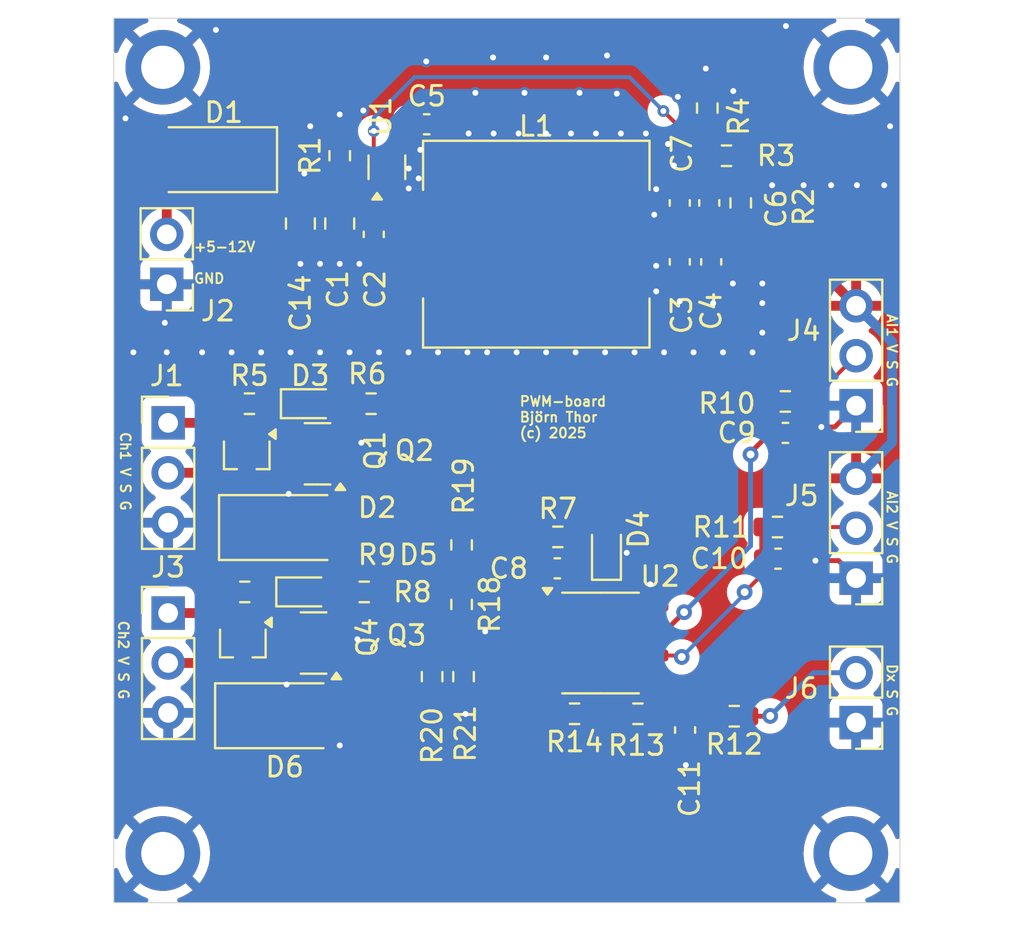
<source format=kicad_pcb>
(kicad_pcb (version 20240108) (generator "pcbnew") (generator_version "8.0")
  (layers (0 "F.Cu" signal) (31 "B.Cu" signal) (34 "B.Paste" user) (35 "F.Paste" user) (36 "B.SilkS" user "B.Silkscreen") (37 "F.SilkS" user "F.Silkscreen") (38 "B.Mask" user) (39 "F.Mask" user) (44 "Edge.Cuts" user))
  (net 0 "")
  (net 1 "/VIN")
  (net 2 "GND")
  (net 3 "+3.3V")
  (net 4 "/BST")
  (net 5 "/FB")
  (net 6 "/AN0")
  (net 7 "/AN1")
  (net 8 "/DI1")
  (net 9 "/PWR")
  (net 10 "Net-(D2-K)")
  (net 11 "Net-(D3-A)")
  (net 12 "Net-(D3-K)")
  (net 13 "Net-(D4-A)")
  (net 14 "Net-(D5-K)")
  (net 15 "Net-(D5-A)")
  (net 16 "Net-(D6-K)")
  (net 17 "Net-(J1-Pin_1)")
  (net 18 "Net-(J3-Pin_1)")
  (net 19 "Net-(J4-Pin_2)")
  (net 20 "Net-(J5-Pin_2)")
  (net 21 "Net-(J6-Pin_2)")
  (net 22 "/CH1")
  (net 23 "/CH2")
  (net 24 "/EN")
  (net 25 "Net-(R2-Pad2)")
  (net 26 "/RST#")
  (net 27 "Net-(U1-SW)")
  (footprint "Capacitor_SMD:C_0603_1608Metric" (layer "F.Cu") (at 53.855 64.91)
    (property "Reference" "C5" (at 0 -1.43 0) (layer "F.SilkS"))
    (property "Value" "100n 25V")
    (pad "1" smd roundrect (at -0.775 0) (size 0.9 0.95) (layers "F.Cu" "F.Paste" "F.Mask") (net 4 "/BST"))
    (pad "2" smd roundrect (at 0.775 0) (size 0.9 0.95) (layers "F.Cu" "F.Paste" "F.Mask") (net 27 "Net-(U1-SW)"))
  )
  (footprint "MountingHole:MountingHole_2.2mm_M2_DIN965_Pad_TopBottom" (layer "F.Cu") (at 40.43 62.01)
    (property "Reference" "H4" (hide yes))
    (property "Value" "MountingHole_Pad")
    (pad "1" thru_hole circle (at 0 0) (size 2.6 2.6) (drill 2.2) (layers "*.Cu" "*.Mask") (net 2 "GND"))
    (pad "1" connect circle (at 0 0) (size 3.8 3.8) (layers "F.Cu" "F.Mask") (net 2 "GND"))
    (pad "1" connect circle (at 0 0) (size 3.8 3.8) (layers "B.Cu" "B.Mask") (net 2 "GND"))
  )
  (footprint "Diode_SMD:D_SMA" (layer "F.Cu") (at 46.6 95)
    (property "Reference" "D6" (at 0.03 2.61 0) (layer "F.SilkS"))
    (property "Value" "VS-10MQ100HM3")
    (pad "1" smd roundrect (at -2 0) (size 2.5 1.8) (layers "F.Cu" "F.Paste" "F.Mask") (roundrect_rratio 0.1388888889) (net 16 "Net-(D6-K)"))
    (pad "2" smd roundrect (at 2 0) (size 2.5 1.8) (layers "F.Cu" "F.Paste" "F.Mask") (roundrect_rratio 0.1388888889) (net 2 "GND"))
  )
  (footprint "Connector_PinHeader_2.54mm:PinHeader_1x03_P2.54mm_Vertical" (layer "F.Cu") (at 75.7 88 180)
    (property "Reference" "J5" (at 2.77 4.19 0) (layer "F.SilkS"))
    (property "Value" "Screw_Terminal_01x03")
    (pad "1" thru_hole rect (at 0 0 180) (size 1.7 1.7) (drill 1) (layers "*.Cu" "*.Mask") (net 2 "GND"))
    (pad "2" thru_hole oval (at 0 2.54 180) (size 1.7 1.7) (drill 1) (layers "*.Cu" "*.Mask") (net 20 "Net-(J5-Pin_2)"))
    (pad "3" thru_hole oval (at 0 5.08 180) (size 1.7 1.7) (drill 1) (layers "*.Cu" "*.Mask") (net 3 "+3.3V"))
  )
  (footprint "LED_SMD:LED_0603_1608Metric" (layer "F.Cu") (at 63 86.6 90)
    (property "Reference" "D4" (at 1.09 1.63 90) (layer "F.SilkS"))
    (property "Value" "LED R")
    (pad "1" smd roundrect (at -0.7875 0 90) (size 0.875 0.95) (layers "F.Cu" "F.Paste" "F.Mask") (net 2 "GND"))
    (pad "2" smd roundrect (at 0.7875 0 90) (size 0.875 0.95) (layers "F.Cu" "F.Paste" "F.Mask") (net 13 "Net-(D4-A)"))
  )
  (footprint "Resistor_SMD:R_0603_1608Metric" (layer "F.Cu") (at 60.525 85.9)
    (property "Reference" "R7" (at 0 -1.43 0) (layer "F.SilkS"))
    (property "Value" "24R")
    (pad "1" smd roundrect (at -0.825 0) (size 0.8 0.95) (layers "F.Cu" "F.Paste" "F.Mask") (net 3 "+3.3V"))
    (pad "2" smd roundrect (at 0.825 0) (size 0.8 0.95) (layers "F.Cu" "F.Paste" "F.Mask") (net 13 "Net-(D4-A)"))
  )
  (footprint "Resistor_SMD:R_0603_1608Metric" (layer "F.Cu") (at 51.025 79.125 180)
    (property "Reference" "R6" (at 0.195 1.515 0) (layer "F.SilkS"))
    (property "Value" "24R")
    (pad "1" smd roundrect (at -0.825 0 180) (size 0.8 0.95) (layers "F.Cu" "F.Paste" "F.Mask") (net 3 "+3.3V"))
    (pad "2" smd roundrect (at 0.825 0 180) (size 0.8 0.95) (layers "F.Cu" "F.Paste" "F.Mask") (net 11 "Net-(D3-A)"))
  )
  (footprint "Diode_SMD:D_SMA" (layer "F.Cu") (at 46.8 85.425)
    (property "Reference" "D2" (at 4.53 -1.015 0) (layer "F.SilkS"))
    (property "Value" "VS-10MQ100HM3")
    (pad "1" smd roundrect (at -2 0) (size 2.5 1.8) (layers "F.Cu" "F.Paste" "F.Mask") (roundrect_rratio 0.1388888889) (net 10 "Net-(D2-K)"))
    (pad "2" smd roundrect (at 2 0) (size 2.5 1.8) (layers "F.Cu" "F.Paste" "F.Mask") (roundrect_rratio 0.1388888889) (net 2 "GND"))
  )
  (footprint "MountingHole:MountingHole_2.2mm_M2_DIN965_Pad_TopBottom" (layer "F.Cu") (at 75.43 102.01)
    (property "Reference" "H2" (hide yes))
    (property "Value" "MountingHole_Pad")
    (pad "1" thru_hole circle (at 0 0) (size 2.6 2.6) (drill 2.2) (layers "*.Cu" "*.Mask") (net 2 "GND"))
    (pad "1" connect circle (at 0 0) (size 3.8 3.8) (layers "F.Cu" "F.Mask") (net 2 "GND"))
    (pad "1" connect circle (at 0 0) (size 3.8 3.8) (layers "B.Cu" "B.Mask") (net 2 "GND"))
  )
  (footprint "Capacitor_SMD:C_0603_1608Metric" (layer "F.Cu") (at 71.73 87.01 180)
    (property "Reference" "C10" (at 3 0 0) (layer "F.SilkS"))
    (property "Value" "100n 25V")
    (pad "1" smd roundrect (at -0.775 0 180) (size 0.9 0.95) (layers "F.Cu" "F.Paste" "F.Mask") (net 2 "GND"))
    (pad "2" smd roundrect (at 0.775 0 180) (size 0.9 0.95) (layers "F.Cu" "F.Paste" "F.Mask") (net 7 "/AN1"))
  )
  (footprint "Resistor_SMD:R_0603_1608Metric" (layer "F.Cu") (at 71.7 85.4 180)
    (property "Reference" "R11" (at 2.87 -0.01 0) (layer "F.SilkS"))
    (property "Value" "5K0")
    (pad "1" smd roundrect (at -0.825 0 180) (size 0.8 0.95) (layers "F.Cu" "F.Paste" "F.Mask") (net 20 "Net-(J5-Pin_2)"))
    (pad "2" smd roundrect (at 0.825 0 180) (size 0.8 0.95) (layers "F.Cu" "F.Paste" "F.Mask") (net 7 "/AN1"))
  )
  (footprint "Capacitor_SMD:C_0603_1608Metric" (layer "F.Cu") (at 67 95.725 90)
    (property "Reference" "C11" (at -2.985 0.23 90) (layer "F.SilkS"))
    (property "Value" "100n 25V")
    (pad "1" smd roundrect (at -0.775 0 90) (size 0.9 0.95) (layers "F.Cu" "F.Paste" "F.Mask") (net 2 "GND"))
    (pad "2" smd roundrect (at 0.775 0 90) (size 0.9 0.95) (layers "F.Cu" "F.Paste" "F.Mask") (net 8 "/DI1"))
  )
  (footprint "Connector_PinHeader_2.54mm:PinHeader_1x03_P2.54mm_Vertical" (layer "F.Cu") (at 40.7 80.1)
    (property "Reference" "J1" (at -0.07 -2.39 0) (layer "F.SilkS"))
    (property "Value" "Screw_Terminal_01x03")
    (pad "1" thru_hole rect (at 0 0) (size 1.7 1.7) (drill 1) (layers "*.Cu" "*.Mask") (net 17 "Net-(J1-Pin_1)"))
    (pad "2" thru_hole oval (at 0 2.54) (size 1.7 1.7) (drill 1) (layers "*.Cu" "*.Mask") (net 10 "Net-(D2-K)"))
    (pad "3" thru_hole oval (at 0 5.08) (size 1.7 1.7) (drill 1) (layers "*.Cu" "*.Mask") (net 2 "GND"))
  )
  (footprint "Capacitor_SMD:C_0603_1608Metric" (layer "F.Cu") (at 51.162 70.51 90)
    (property "Reference" "C2" (at -2.8 0.068 90) (layer "F.SilkS"))
    (property "Value" "100n 25V")
    (pad "1" smd roundrect (at -0.775 0 90) (size 0.9 0.95) (layers "F.Cu" "F.Paste" "F.Mask") (net 2 "GND"))
    (pad "2" smd roundrect (at 0.775 0 90) (size 0.9 0.95) (layers "F.Cu" "F.Paste" "F.Mask") (net 1 "/VIN"))
  )
  (footprint "Package_TO_SOT_SMD:SOT-23" (layer "F.Cu") (at 48.1 91.3 180)
    (property "Reference" "Q3" (at -4.73 0.39 0) (layer "F.SilkS"))
    (property "Value" "BSS138")
    (pad "1" smd roundrect (at -0.9375 -0.95 180) (size 1.475 0.6) (layers "F.Cu" "F.Paste" "F.Mask") (net 23 "/CH2"))
    (pad "2" smd roundrect (at -0.9375 0.95 180) (size 1.475 0.6) (layers "F.Cu" "F.Paste" "F.Mask") (net 2 "GND"))
    (pad "3" smd roundrect (at 0.9375 0 180) (size 1.475 0.6) (layers "F.Cu" "F.Paste" "F.Mask") (net 14 "Net-(D5-K)"))
  )
  (footprint "Package_SO:SOIC-8_3.9x4.9mm_P1.27mm" (layer "F.Cu") (at 62.7 91.3)
    (property "Reference" "U2" (at 3.03 -3.39 0) (layer "F.SilkS"))
    (property "Value" "PIC12F1572")
    (pad "1" smd roundrect (at -2.475 -1.905) (size 1.95 0.6) (layers "F.Cu" "F.Paste" "F.Mask") (net 3 "+3.3V"))
    (pad "2" smd roundrect (at -2.475 -0.635) (size 1.95 0.6) (layers "F.Cu" "F.Paste" "F.Mask") (net 22 "/CH1"))
    (pad "3" smd roundrect (at -2.475 0.635) (size 1.95 0.6) (layers "F.Cu" "F.Paste" "F.Mask") (net 23 "/CH2"))
    (pad "4" smd roundrect (at -2.475 1.905) (size 1.95 0.6) (layers "F.Cu" "F.Paste" "F.Mask") (net 26 "/RST#"))
    (pad "5" smd roundrect (at 2.475 1.905) (size 1.95 0.6) (layers "F.Cu" "F.Paste" "F.Mask") (net 8 "/DI1"))
    (pad "6" smd roundrect (at 2.475 0.635) (size 1.95 0.6) (layers "F.Cu" "F.Paste" "F.Mask") (net 7 "/AN1"))
    (pad "7" smd roundrect (at 2.475 -0.635) (size 1.95 0.6) (layers "F.Cu" "F.Paste" "F.Mask") (net 6 "/AN0"))
    (pad "8" smd roundrect (at 2.475 -1.905) (size 1.95 0.6) (layers "F.Cu" "F.Paste" "F.Mask") (net 2 "GND"))
  )
  (footprint "Resistor_SMD:R_0603_1608Metric" (layer "F.Cu") (at 69.105 66.51 180)
    (property "Reference" "R3" (at -2.525 0 0) (layer "F.SilkS"))
    (property "Value" "5K0")
    (pad "1" smd roundrect (at -0.825 0 180) (size 0.8 0.95) (layers "F.Cu" "F.Paste" "F.Mask") (net 25 "Net-(R2-Pad2)"))
    (pad "2" smd roundrect (at 0.825 0 180) (size 0.8 0.95) (layers "F.Cu" "F.Paste" "F.Mask") (net 5 "/FB"))
  )
  (footprint "Capacitor_SMD:C_0603_1608Metric" (layer "F.Cu") (at 60.5 87.5 180)
    (property "Reference" "C8" (at 2.47 -0.01 0) (layer "F.SilkS"))
    (property "Value" "100n 25V")
    (pad "1" smd roundrect (at -0.775 0 180) (size 0.9 0.95) (layers "F.Cu" "F.Paste" "F.Mask") (net 2 "GND"))
    (pad "2" smd roundrect (at 0.775 0 180) (size 0.9 0.95) (layers "F.Cu" "F.Paste" "F.Mask") (net 3 "+3.3V"))
  )
  (footprint "Resistor_SMD:R_0603_1608Metric" (layer "F.Cu") (at 49.43 66.51 90)
    (property "Reference" "R1" (at 0 -1.5 90) (layer "F.SilkS"))
    (property "Value" "100K")
    (pad "1" smd roundrect (at -0.825 0 90) (size 0.8 0.95) (layers "F.Cu" "F.Paste" "F.Mask") (net 1 "/VIN"))
    (pad "2" smd roundrect (at 0.825 0 90) (size 0.8 0.95) (layers "F.Cu" "F.Paste" "F.Mask") (net 24 "/EN"))
  )
  (footprint "Connector_PinHeader_2.54mm:PinHeader_1x02_P2.54mm_Vertical" (layer "F.Cu") (at 40.63 73.05 180)
    (property "Reference" "J2" (at -2.6 -1.36 0) (layer "F.SilkS"))
    (property "Value" "Screw_Terminal_01x02")
    (pad "1" thru_hole rect (at 0 0 180) (size 1.7 1.7) (drill 1) (layers "*.Cu" "*.Mask") (net 2 "GND"))
    (pad "2" thru_hole oval (at 0 2.54 180) (size 1.7 1.7) (drill 1) (layers "*.Cu" "*.Mask") (net 9 "/PWR"))
  )
  (footprint "Resistor_SMD:R_0603_1608Metric" (layer "F.Cu") (at 68.13 64.085 90)
    (property "Reference" "R4" (at -0.425 1.6 90) (layer "F.SilkS"))
    (property "Value" "30K")
    (pad "1" smd roundrect (at -0.825 0 90) (size 0.8 0.95) (layers "F.Cu" "F.Paste" "F.Mask") (net 5 "/FB"))
    (pad "2" smd roundrect (at 0.825 0 90) (size 0.8 0.95) (layers "F.Cu" "F.Paste" "F.Mask") (net 2 "GND"))
  )
  (footprint "bt_footprints:L_Bourns_bt_SRR1050HA" (layer "F.Cu") (at 59.43 71.01)
    (property "Reference" "L1" (at 0 -6 0) (layer "F.SilkS"))
    (property "Value" "2.2uH 7.2A")
    (pad "1" smd roundrect (at -4.45 0) (size 1.6 3.2) (layers "F.Cu" "F.Paste" "F.Mask") (roundrect_rratio 0.073529) (net 27 "Net-(U1-SW)"))
    (pad "2" smd roundrect (at 4.45 0) (size 1.6 3.2) (layers "F.Cu" "F.Paste" "F.Mask") (roundrect_rratio 0.073529) (net 3 "+3.3V"))
  )
  (footprint "Resistor_SMD:R_0603_1608Metric" (layer "F.Cu") (at 64.6 94.9)
    (property "Reference" "R13" (at -0.07 1.61 0) (layer "F.SilkS"))
    (property "Value" "130K")
    (pad "1" smd roundrect (at -0.825 0) (size 0.8 0.95) (layers "F.Cu" "F.Paste" "F.Mask") (net 3 "+3.3V"))
    (pad "2" smd roundrect (at 0.825 0) (size 0.8 0.95) (layers "F.Cu" "F.Paste" "F.Mask") (net 8 "/DI1"))
  )
  (footprint "Capacitor_SMD:C_0603_1608Metric" (layer "F.Cu") (at 68.23 68.91 90)
    (property "Reference" "C6" (at -0.3 3.4 90) (layer "F.SilkS"))
    (property "Value" "47p 50V")
    (pad "1" smd roundrect (at -0.775 0 90) (size 0.9 0.95) (layers "F.Cu" "F.Paste" "F.Mask") (net 3 "+3.3V"))
    (pad "2" smd roundrect (at 0.775 0 90) (size 0.9 0.95) (layers "F.Cu" "F.Paste" "F.Mask") (net 5 "/FB"))
  )
  (footprint "Package_TO_SOT_SMD:SOT-323_SC-70" (layer "F.Cu") (at 44.5 91.3 -90)
    (property "Reference" "Q4" (at -0.29 -6.33 90) (layer "F.SilkS"))
    (property "Value" "SSM3J133TU")
    (pad "1" smd roundrect (at -1 -0.65 180) (size 0.45 0.7) (layers "F.Cu" "F.Paste" "F.Mask") (net 14 "Net-(D5-K)"))
    (pad "2" smd roundrect (at -1 0.65 180) (size 0.45 0.7) (layers "F.Cu" "F.Paste" "F.Mask") (net 18 "Net-(J3-Pin_1)"))
    (pad "3" smd roundrect (at 1 0 180) (size 0.45 0.7) (layers "F.Cu" "F.Paste" "F.Mask") (net 16 "Net-(D6-K)"))
  )
  (footprint "Resistor_SMD:R_0603_1608Metric" (layer "F.Cu") (at 55.73 93.01 -90)
    (property "Reference" "R21" (at 2.9 -0.1 90) (layer "F.SilkS"))
    (property "Value" "10K")
    (pad "1" smd roundrect (at -0.825 0 270) (size 0.8 0.95) (layers "F.Cu" "F.Paste" "F.Mask") (net 23 "/CH2"))
    (pad "2" smd roundrect (at 0.825 0 270) (size 0.8 0.95) (layers "F.Cu" "F.Paste" "F.Mask") (net 2 "GND"))
  )
  (footprint "Capacitor_SMD:C_0603_1608Metric" (layer "F.Cu") (at 66.73 68.91 90)
    (property "Reference" "C7" (at 2.5 0.1 90) (layer "F.SilkS"))
    (property "Value" "4u7 10V")
    (pad "1" smd roundrect (at -0.775 0 90) (size 0.9 0.95) (layers "F.Cu" "F.Paste" "F.Mask") (net 3 "+3.3V"))
    (pad "2" smd roundrect (at 0.775 0 90) (size 0.9 0.95) (layers "F.Cu" "F.Paste" "F.Mask") (net 2 "GND"))
  )
  (footprint "MountingHole:MountingHole_2.2mm_M2_DIN965_Pad_TopBottom" (layer "F.Cu") (at 40.43 102.01)
    (property "Reference" "H3" (hide yes))
    (property "Value" "MountingHole_Pad")
    (pad "1" thru_hole circle (at 0 0) (size 2.6 2.6) (drill 2.2) (layers "*.Cu" "*.Mask") (net 2 "GND"))
    (pad "1" connect circle (at 0 0) (size 3.8 3.8) (layers "F.Cu" "F.Mask") (net 2 "GND"))
    (pad "1" connect circle (at 0 0) (size 3.8 3.8) (layers "B.Cu" "B.Mask") (net 2 "GND"))
  )
  (footprint "LED_SMD:LED_0603_1608Metric" (layer "F.Cu") (at 47.6875 88.7)
    (property "Reference" "D5" (at 5.7425 -1.89 0) (layer "F.SilkS"))
    (property "Value" "LED R")
    (pad "1" smd roundrect (at -0.7875 0) (size 0.875 0.95) (layers "F.Cu" "F.Paste" "F.Mask") (net 14 "Net-(D5-K)"))
    (pad "2" smd roundrect (at 0.7875 0) (size 0.875 0.95) (layers "F.Cu" "F.Paste" "F.Mask") (net 15 "Net-(D5-A)"))
  )
  (footprint "Resistor_SMD:R_0603_1608Metric" (layer "F.Cu") (at 50.675 88.7 180)
    (property "Reference" "R8" (at -2.455 -0.01 0) (layer "F.SilkS"))
    (property "Value" "24R")
    (pad "1" smd roundrect (at -0.825 0 180) (size 0.8 0.95) (layers "F.Cu" "F.Paste" "F.Mask") (net 3 "+3.3V"))
    (pad "2" smd roundrect (at 0.825 0 180) (size 0.8 0.95) (layers "F.Cu" "F.Paste" "F.Mask") (net 15 "Net-(D5-A)"))
  )
  (footprint "Connector_PinHeader_2.54mm:PinHeader_1x02_P2.54mm_Vertical" (layer "F.Cu") (at 75.7 95.35 180)
    (property "Reference" "J6" (at 2.77 1.74 0) (layer "F.SilkS"))
    (property "Value" "Screw_Terminal_01x02")
    (pad "1" thru_hole rect (at 0 0 180) (size 1.7 1.7) (drill 1) (layers "*.Cu" "*.Mask") (net 2 "GND"))
    (pad "2" thru_hole oval (at 0 2.54 180) (size 1.7 1.7) (drill 1) (layers "*.Cu" "*.Mask") (net 21 "Net-(J6-Pin_2)"))
  )
  (footprint "Package_TO_SOT_SMD:SOT-23" (layer "F.Cu") (at 48.3 81.675 180)
    (property "Reference" "Q2" (at -4.93 0.165 0) (layer "F.SilkS"))
    (property "Value" "BSS138")
    (pad "1" smd roundrect (at -0.9375 -0.95 180) (size 1.475 0.6) (layers "F.Cu" "F.Paste" "F.Mask") (net 22 "/CH1"))
    (pad "2" smd roundrect (at -0.9375 0.95 180) (size 1.475 0.6) (layers "F.Cu" "F.Paste" "F.Mask") (net 2 "GND"))
    (pad "3" smd roundrect (at 0.9375 0 180) (size 1.475 0.6) (layers "F.Cu" "F.Paste" "F.Mask") (net 12 "Net-(D3-K)"))
  )
  (footprint "Resistor_SMD:R_0603_1608Metric" (layer "F.Cu") (at 55.63 89.335 -90)
    (property "Reference" "R18" (at 0 -1.43 90) (layer "F.SilkS"))
    (property "Value" "10K")
    (pad "1" smd roundrect (at -0.825 0 270) (size 0.8 0.95) (layers "F.Cu" "F.Paste" "F.Mask") (net 22 "/CH1"))
    (pad "2" smd roundrect (at 0.825 0 270) (size 0.8 0.95) (layers "F.Cu" "F.Paste" "F.Mask") (net 2 "GND"))
  )
  (footprint "Resistor_SMD:R_0603_1608Metric" (layer "F.Cu") (at 69.83 68.91 90)
    (property "Reference" "R2" (at -0.2 3.2 90) (layer "F.SilkS"))
    (property "Value" "130K")
    (pad "1" smd roundrect (at -0.825 0 90) (size 0.8 0.95) (layers "F.Cu" "F.Paste" "F.Mask") (net 3 "+3.3V"))
    (pad "2" smd roundrect (at 0.825 0 90) (size 0.8 0.95) (layers "F.Cu" "F.Paste" "F.Mask") (net 25 "Net-(R2-Pad2)"))
  )
  (footprint "Diode_SMD:D_SMA" (layer "F.Cu") (at 42.73 66.71 180)
    (property "Reference" "D1" (at -0.8 2.4 0) (layer "F.SilkS"))
    (property "Value" "VS-10MQ100HM3")
    (pad "1" smd roundrect (at -2 0 180) (size 2.5 1.8) (layers "F.Cu" "F.Paste" "F.Mask") (roundrect_rratio 0.1388888889) (net 1 "/VIN"))
    (pad "2" smd roundrect (at 2 0 180) (size 2.5 1.8) (layers "F.Cu" "F.Paste" "F.Mask") (roundrect_rratio 0.1388888889) (net 9 "/PWR"))
  )
  (footprint "Capacitor_SMD:C_0603_1608Metric" (layer "F.Cu") (at 66.73 71.91 90)
    (property "Reference" "C3" (at -2.7 0.1 90) (layer "F.SilkS"))
    (property "Value" "100n 25V")
    (pad "1" smd roundrect (at -0.775 0 90) (size 0.9 0.95) (layers "F.Cu" "F.Paste" "F.Mask") (net 2 "GND"))
    (pad "2" smd roundrect (at 0.775 0 90) (size 0.9 0.95) (layers "F.Cu" "F.Paste" "F.Mask") (net 3 "+3.3V"))
  )
  (footprint "Resistor_SMD:R_0603_1608Metric" (layer "F.Cu") (at 69.5 95.025 180)
    (property "Reference" "R12" (at 0 -1.43 0) (layer "F.SilkS"))
    (property "Value" "5K0")
    (pad "1" smd roundrect (at -0.825 0 180) (size 0.8 0.95) (layers "F.Cu" "F.Paste" "F.Mask") (net 21 "Net-(J6-Pin_2)"))
    (pad "2" smd roundrect (at 0.825 0 180) (size 0.8 0.95) (layers "F.Cu" "F.Paste" "F.Mask") (net 8 "/DI1"))
  )
  (footprint "Capacitor_SMD:C_0603_1608Metric" (layer "F.Cu") (at 72.105 80.61 180)
    (property "Reference" "C9" (at 2.475 0 0) (layer "F.SilkS"))
    (property "Value" "100n 25V")
    (pad "1" smd roundrect (at -0.775 0 180) (size 0.9 0.95) (layers "F.Cu" "F.Paste" "F.Mask") (net 2 "GND"))
    (pad "2" smd roundrect (at 0.775 0 180) (size 0.9 0.95) (layers "F.Cu" "F.Paste" "F.Mask") (net 6 "/AN0"))
  )
  (footprint "Connector_PinHeader_2.54mm:PinHeader_1x03_P2.54mm_Vertical" (layer "F.Cu") (at 75.7 79.225 180)
    (property "Reference" "J4" (at 2.67 3.815 0) (layer "F.SilkS"))
    (property "Value" "Screw_Terminal_01x03")
    (pad "1" thru_hole rect (at 0 0 180) (size 1.7 1.7) (drill 1) (layers "*.Cu" "*.Mask") (net 2 "GND"))
    (pad "2" thru_hole oval (at 0 2.54 180) (size 1.7 1.7) (drill 1) (layers "*.Cu" "*.Mask") (net 19 "Net-(J4-Pin_2)"))
    (pad "3" thru_hole oval (at 0 5.08 180) (size 1.7 1.7) (drill 1) (layers "*.Cu" "*.Mask") (net 3 "+3.3V"))
  )
  (footprint "Capacitor_SMD:C_0603_1608Metric" (layer "F.Cu") (at 68.33 71.91 -90)
    (property "Reference" "C4" (at 2.5 0 90) (layer "F.SilkS"))
    (property "Value" "4u7 10V")
    (pad "1" smd roundrect (at -0.775 0 270) (size 0.9 0.95) (layers "F.Cu" "F.Paste" "F.Mask") (net 3 "+3.3V"))
    (pad "2" smd roundrect (at 0.775 0 270) (size 0.9 0.95) (layers "F.Cu" "F.Paste" "F.Mask") (net 2 "GND"))
  )
  (footprint "Resistor_SMD:R_0603_1608Metric" (layer "F.Cu") (at 44.6 88.7)
    (property "Reference" "R9" (at 6.73 -1.89 0) (layer "F.SilkS"))
    (property "Value" "10K")
    (pad "1" smd roundrect (at -0.825 0) (size 0.8 0.95) (layers "F.Cu" "F.Paste" "F.Mask") (net 18 "Net-(J3-Pin_1)"))
    (pad "2" smd roundrect (at 0.825 0) (size 0.8 0.95) (layers "F.Cu" "F.Paste" "F.Mask") (net 14 "Net-(D5-K)"))
  )
  (footprint "Resistor_SMD:R_0603_1608Metric" (layer "F.Cu") (at 54.13 93.01 90)
    (property "Reference" "R20" (at -3 0 90) (layer "F.SilkS"))
    (property "Value" "10K")
    (pad "1" smd roundrect (at -0.825 0 90) (size 0.8 0.95) (layers "F.Cu" "F.Paste" "F.Mask") (net 3 "+3.3V"))
    (pad "2" smd roundrect (at 0.825 0 90) (size 0.8 0.95) (layers "F.Cu" "F.Paste" "F.Mask") (net 23 "/CH2"))
  )
  (footprint "Resistor_SMD:R_0603_1608Metric" (layer "F.Cu") (at 61.375 94.9 180)
    (property "Reference" "R14" (at 0 -1.43 0) (layer "F.SilkS"))
    (property "Value" "5K0")
    (pad "1" smd roundrect (at -0.825 0 180) (size 0.8 0.95) (layers "F.Cu" "F.Paste" "F.Mask") (net 3 "+3.3V"))
    (pad "2" smd roundrect (at 0.825 0 180) (size 0.8 0.95) (layers "F.Cu" "F.Paste" "F.Mask") (net 26 "/RST#"))
  )
  (footprint "Resistor_SMD:R_0603_1608Metric" (layer "F.Cu") (at 44.8375 79.125)
    (property "Reference" "R5" (at 0 -1.43 0) (layer "F.SilkS"))
    (property "Value" "10K")
    (pad "1" smd roundrect (at -0.825 0) (size 0.8 0.95) (layers "F.Cu" "F.Paste" "F.Mask") (net 17 "Net-(J1-Pin_1)"))
    (pad "2" smd roundrect (at 0.825 0) (size 0.8 0.95) (layers "F.Cu" "F.Paste" "F.Mask") (net 12 "Net-(D3-K)"))
  )
  (footprint "Resistor_SMD:R_0603_1608Metric" (layer "F.Cu") (at 55.63 86.31 -90)
    (property "Reference" "R19" (at -3 -0.1 90) (layer "F.SilkS"))
    (property "Value" "10K")
    (pad "1" smd roundrect (at -0.825 0 270) (size 0.8 0.95) (layers "F.Cu" "F.Paste" "F.Mask") (net 3 "+3.3V"))
    (pad "2" smd roundrect (at 0.825 0 270) (size 0.8 0.95) (layers "F.Cu" "F.Paste" "F.Mask") (net 22 "/CH1"))
  )
  (footprint "Resistor_SMD:R_0603_1608Metric" (layer "F.Cu") (at 72.1 79.01 180)
    (property "Reference" "R10" (at 2.97 -0.1 0) (layer "F.SilkS"))
    (property "Value" "5K0")
    (pad "1" smd roundrect (at -0.825 0 180) (size 0.8 0.95) (layers "F.Cu" "F.Paste" "F.Mask") (net 19 "Net-(J4-Pin_2)"))
    (pad "2" smd roundrect (at 0.825 0 180) (size 0.8 0.95) (layers "F.Cu" "F.Paste" "F.Mask") (net 6 "/AN0"))
  )
  (footprint "Package_TO_SOT_SMD:SOT-563" (layer "F.Cu") (at 51.83 67.0975 90)
    (property "Reference" "U1" (at 2.5875 -0.3 90) (layer "F.SilkS"))
    (property "Value" "TPS561243")
    (pad "1" smd roundrect (at -0.7125 -0.5 90) (size 0.675 0.35) (layers "F.Cu" "F.Paste" "F.Mask") (net 1 "/VIN"))
    (pad "2" smd roundrect (at -0.7125 0 90) (size 0.675 0.35) (layers "F.Cu" "F.Paste" "F.Mask") (net 27 "Net-(U1-SW)"))
    (pad "3" smd roundrect (at -0.7125 0.5 90) (size 0.675 0.35) (layers "F.Cu" "F.Paste" "F.Mask") (net 2 "GND"))
    (pad "4" smd roundrect (at 0.7125 0.5 90) (size 0.675 0.35) (layers "F.Cu" "F.Paste" "F.Mask") (net 4 "/BST"))
    (pad "5" smd roundrect (at 0.7125 0 90) (size 0.675 0.35) (layers "F.Cu" "F.Paste" "F.Mask") (net 24 "/EN"))
    (pad "6" smd roundrect (at 0.7125 -0.5 90) (size 0.675 0.35) (layers "F.Cu" "F.Paste" "F.Mask") (net 5 "/FB"))
  )
  (footprint "LED_SMD:LED_0603_1608Metric" (layer "F.Cu") (at 47.925 79.125)
    (property "Reference" "D3" (at 0 -1.43 0) (layer "F.SilkS"))
    (property "Value" "LED R")
    (pad "1" smd roundrect (at -0.7875 0) (size 0.875 0.95) (layers "F.Cu" "F.Paste" "F.Mask") (net 12 "Net-(D3-K)"))
    (pad "2" smd roundrect (at 0.7875 0) (size 0.875 0.95) (layers "F.Cu" "F.Paste" "F.Mask") (net 11 "Net-(D3-A)"))
  )
  (footprint "Capacitor_SMD:C_0805_2012Metric" (layer "F.Cu") (at 49.43 69.96 -90)
    (property "Reference" "C1" (at 3.35 0.1 -90) (layer "F.SilkS"))
    (property "Value" "10u 50V")
    (pad "1" smd roundrect (at -0.95 0 270) (size 1 1.45) (layers "F.Cu" "F.Paste" "F.Mask") (net 1 "/VIN"))
    (pad "2" smd roundrect (at 0.95 0 270) (size 1 1.45) (layers "F.Cu" "F.Paste" "F.Mask") (net 2 "GND"))
  )
  (footprint "Connector_PinHeader_2.54mm:PinHeader_1x03_P2.54mm_Vertical" (layer "F.Cu") (at 40.7 89.775)
    (property "Reference" "J3" (at 0 -2.33 0) (layer "F.SilkS"))
    (property "Value" "Screw_Terminal_01x03")
    (pad "1" thru_hole rect (at 0 0) (size 1.7 1.7) (drill 1) (layers "*.Cu" "*.Mask") (net 18 "Net-(J3-Pin_1)"))
    (pad "2" thru_hole oval (at 0 2.54) (size 1.7 1.7) (drill 1) (layers "*.Cu" "*.Mask") (net 16 "Net-(D6-K)"))
    (pad "3" thru_hole oval (at 0 5.08) (size 1.7 1.7) (drill 1) (layers "*.Cu" "*.Mask") (net 2 "GND"))
  )
  (footprint "Package_TO_SOT_SMD:SOT-323_SC-70" (layer "F.Cu") (at 44.7 81.725 -90)
    (property "Reference" "Q1" (at -0.215 -6.53 90) (layer "F.SilkS"))
    (property "Value" "SSM3J133TU")
    (pad "1" smd roundrect (at -1 -0.65 180) (size 0.45 0.7) (layers "F.Cu" "F.Paste" "F.Mask") (net 12 "Net-(D3-K)"))
    (pad "2" smd roundrect (at -1 0.65 180) (size 0.45 0.7) (layers "F.Cu" "F.Paste" "F.Mask") (net 17 "Net-(J1-Pin_1)"))
    (pad "3" smd roundrect (at 1 0 180) (size 0.45 0.7) (layers "F.Cu" "F.Paste" "F.Mask") (net 10 "Net-(D2-K)"))
  )
  (footprint "Capacitor_SMD:C_0805_2012Metric" (layer "F.Cu") (at 47.43 69.96 -90)
    (property "Reference" "C14" (at 4.05 0 90) (layer "F.SilkS"))
    (property "Value" "10u 50V")
    (pad "1" smd roundrect (at -0.95 0 270) (size 1 1.45) (layers "F.Cu" "F.Paste" "F.Mask") (net 1 "/VIN"))
    (pad "2" smd roundrect (at 0.95 0 270) (size 1 1.45) (layers "F.Cu" "F.Paste" "F.Mask") (net 2 "GND"))
  )
  (footprint "MountingHole:MountingHole_2.2mm_M2_DIN965_Pad_TopBottom" (layer "F.Cu") (at 75.43 62.01)
    (property "Reference" "H1" (hide yes))
    (property "Value" "MountingHole_Pad")
    (pad "1" thru_hole circle (at 0 0) (size 2.6 2.6) (drill 2.2) (layers "*.Cu" "*.Mask") (net 2 "GND"))
    (pad "1" connect circle (at 0 0) (size 3.8 3.8) (layers "F.Cu" "F.Mask") (net 2 "GND"))
    (pad "1" connect circle (at 0 0) (size 3.8 3.8) (layers "B.Cu" "B.Mask") (net 2 "GND"))
  )
  (gr_rect (start 37.93 59.51) (end 77.93 104.51) (stroke (width 0.05)) (fill none) (layer "Edge.Cuts"))
  (gr_text "AI1 V S G" (at 77.23 74.51 270) (layer "F.SilkS") (effects (font (size 0.5 0.5) (thickness 0.1) (bold yes)) (justify left bottom)))
  (gr_text "+5-12V\n\nGND" (at 41.96 73.05 0) (layer "F.SilkS") (effects (font (size 0.5 0.5) (thickness 0.1) (bold yes)) (justify left bottom)))
  (gr_text "PWM-board\nBjörn Thor\n(c) 2025" (at 58.53 80.91 0) (layer "F.SilkS") (effects (font (size 0.5 0.5) (thickness 0.1) (bold yes)) (justify left bottom)))
  (gr_text "Ch1 V S G" (at 38.23 80.51 -90) (layer "F.SilkS") (effects (font (size 0.5 0.5) (thickness 0.1) (bold yes)) (justify left bottom)))
  (gr_text "Ch2 V S G" (at 38.13 90.11 270) (layer "F.SilkS") (effects (font (size 0.5 0.5) (thickness 0.1) (bold yes)) (justify left bottom)))
  (gr_text "AI2 V S G" (at 77.23 83.51 270) (layer "F.SilkS") (effects (font (size 0.5 0.5) (thickness 0.1) (bold yes)) (justify left bottom)))
  (gr_text "Dx S G" (at 77.23 92.31 270) (layer "F.SilkS") (effects (font (size 0.5 0.5) (thickness 0.1) (bold yes)) (justify left bottom)))
  (segment (start 49.43 69.01) (end 50.437 69.01) (width 0.5) (layer "F.Cu") (net 1))
  (segment (start 47.09 68.67) (end 47.43 69.01) (width 0.5) (layer "F.Cu") (net 1))
  (segment (start 50.437 69.01) (end 51.162 69.735) (width 0.5) (layer "F.Cu") (net 1))
  (segment (start 51.162 69.735) (end 51.162 67.853) (width 0.5) (layer "F.Cu") (net 1))
  (segment (start 47.43 69.01) (end 49.43 69.01) (width 0.5) (layer "F.Cu") (net 1))
  (segment (start 47.43 69.01) (end 47.03 69.01) (width 0.5) (layer "F.Cu") (net 1))
  (segment (start 49.43 69.01) (end 49.43 67.335) (width 0.5) (layer "F.Cu") (net 1))
  (segment (start 47.03 69.01) (end 44.73 66.71) (width 0.5) (layer "F.Cu") (net 1))
  (segment (start 51.162 67.853) (end 51.205 67.81) (width 0.5) (layer "F.Cu") (net 1))
  (segment (start 49.57 90.35) (end 49.0375 90.35) (width 0.2) (layer "F.Cu") (net 2))
  (segment (start 64.03 86.71) (end 63.3525 87.3875) (width 0.2) (layer "F.Cu") (net 2))
  (segment (start 50.145 80.725) (end 49.2375 80.725) (width 0.2) (layer "F.Cu") (net 2))
  (segment (start 52.476 67.664) (end 52.33 67.81) (width 0.25) (layer "F.Cu") (net 2))
  (segment (start 74.81 87.11) (end 75.7 88) (width 0.25) (layer "F.Cu") (net 2))
  (segment (start 75.7 95.335) (end 75.39 95.025) (width 0.2) (layer "F.Cu") (net 2))
  (segment (start 53.448 67.664) (end 52.476 67.664) (width 0.25) (layer "F.Cu") (net 2))
  (segment (start 50.33 91.11) (end 49.57 90.35) (width 0.2) (layer "F.Cu") (net 2))
  (segment (start 67.037 97.509) (end 67.037 96.537) (width 0.2) (layer "F.Cu") (net 2))
  (segment (start 72.88 80.61) (end 73.63 80.61) (width 0.25) (layer "F.Cu") (net 2))
  (segment (start 55.73 93.835) (end 55.73 94.81) (width 0.25) (layer "F.Cu") (net 2))
  (segment (start 63.3525 87.3875) (end 63 87.3875) (width 0.2) (layer "F.Cu") (net 2))
  (segment (start 65.23 89.34) (end 65.175 89.395) (width 0.2) (layer "F.Cu") (net 2))
  (segment (start 52.692 68.172) (end 52.33 67.81) (width 0.25) (layer "F.Cu") (net 2))
  (segment (start 52.94 67.2) (end 52.33 67.81) (width 0.25) (layer "F.Cu") (net 2))
  (segment (start 61.275 87.5) (end 62.8875 87.5) (width 0.2) (layer "F.Cu") (net 2))
  (segment (start 55.73 94.81) (end 55.83 94.91) (width 0.25) (layer "F.Cu") (net 2))
  (segment (start 73.93 80.31) (end 74.615 80.31) (width 0.25) (layer "F.Cu") (net 2))
  (segment (start 49.43 96.51) (end 49.43 95.83) (width 0.2) (layer "F.Cu") (net 2))
  (segment (start 72.505 87.01) (end 73.53 87.01) (width 0.25) (layer "F.Cu") (net 2))
  (segment (start 47.01 93.41) (end 48.6 95) (width 0.2) (layer "F.Cu") (net 2))
  (segment (start 74.615 80.31) (end 75.7 79.225) (width 0.25) (layer "F.Cu") (net 2))
  (segment (start 56.28 90.16) (end 56.83 90.71) (width 0.25) (layer "F.Cu") (net 2))
  (segment (start 55.63 90.16) (end 56.28 90.16) (width 0.25) (layer "F.Cu") (net 2))
  (segment (start 73.63 80.61) (end 73.93 80.31) (width 0.25) (layer "F.Cu") (net 2))
  (segment (start 49.43 95.83) (end 48.6 95) (width 0.2) (layer "F.Cu") (net 2))
  (segment (start 62.8875 87.5) (end 63 87.3875) (width 0.2) (layer "F.Cu") (net 2))
  (segment (start 50.53 81.11) (end 50.145 80.725) (width 0.2) (layer "F.Cu") (net 2))
  (segment (start 52.94 67.156) (end 52.94 67.2) (width 0.25) (layer "F.Cu") (net 2))
  (segment (start 47.085 83.71) (end 48.8 85.425) (width 0.2) (layer "F.Cu") (net 2))
  (segment (start 65.23 88.31) (end 65.23 89.34) (width 0.2) (layer "F.Cu") (net 2))
  (segment (start 46.83 83.71) (end 47.085 83.71) (width 0.2) (layer "F.Cu") (net 2))
  (segment (start 48.93 85.555) (end 48.8 85.425) (width 0.2) (layer "F.Cu") (net 2))
  (segment (start 67.037 96.537) (end 67 96.5) (width 0.2) (layer "F.Cu") (net 2))
  (segment (start 73.63 87.11) (end 74.81 87.11) (width 0.25) (layer "F.Cu") (net 2))
  (segment (start 52.94 68.172) (end 52.692 68.172) (width 0.25) (layer "F.Cu") (net 2))
  (segment (start 46.73 93.41) (end 47.01 93.41) (width 0.2) (layer "F.Cu") (net 2))
  (segment (start 73.53 87.01) (end 73.63 87.11) (width 0.25) (layer "F.Cu") (net 2))
  (via (at 46.83 83.71) (size 0.6) (drill 0.3) (layers "F.Cu" "B.Cu") (net 2))
  (via (at 55.83 94.91) (size 0.6) (drill 0.3) (layers "F.Cu" "B.Cu") (net 2))
  (via (at 58.528 65.378) (size 0.6) (drill 0.3) (layers "F.Cu" "B.Cu") (net 2))
  (via (at 52.94 67.156) (size 0.6) (drill 0.3) (layers "F.Cu" "B.Cu") (net 2))
  (via (at 56.33 63.31) (size 0.6) (drill 0.3) (layers "F.Cu" "B.Cu") (net 2))
  (via (at 68.93 76.51) (size 0.6) (drill 0.3) (layers "F.Cu" "B.Cu") (net 2))
  (via (at 66.43 67.01) (size 0.6) (drill 0.3) (layers "F.Cu" "B.Cu") (net 2))
  (via (at 65.53 72.11) (size 0.6) (drill 0.3) (layers "F.Cu" "B.Cu") (net 2))
  (via (at 59.93 61.51) (size 0.6) (drill 0.3) (layers "F.Cu" "B.Cu") (net 2))
  (via (at 49.43 64.41) (size 0.6) (drill 0.3) (layers "F.Cu" "B.Cu") (net 2))
  (via (at 65.53 73.41) (size 0.6) (drill 0.3) (layers "F.Cu" "B.Cu") (net 2))
  (via (at 65.23 88.31) (size 0.6) (drill 0.3) (layers "F.Cu" "B.Cu") (net 2))
  (via (at 56.83 90.71) (size 0.6) (drill 0.3) (layers "F.Cu" "B.Cu") (net 2))
  (via (at 68.43 74.01) (size 0.6) (drill 0.3) (layers "F.Cu" "B.Cu") (net 2))
  (via (at 59.925 65.378) (size 0.6) (drill 0.3) (layers "F.Cu" "B.Cu") (net 2))
  (via (at 70.43 76.51) (size 0.6) (drill 0.3) (layers "F.Cu" "B.Cu") (net 2))
  (via (at 61.63 63.31) (size 0.6) (drill 0.3) (layers "F.Cu" "B.Cu") (net 2))
  (via (at 68.053 62.076) (size 0.6) (drill 0.3) (layers "F.Cu" "B.Cu") (net 2))
  (via (at 52.93 76.51) (size 0.6) (drill 0.3) (layers "F.Cu" "B.Cu") (net 2))
  (via (at 53.53 66.21) (size 0.6) (drill 0.3) (layers "F.Cu" "B.Cu") (net 2))
  (via (at 53.83 61.71) (size 0.6) (drill 0.3) (layers "F.Cu" "B.Cu") (net 2))
  (via (at 66.73 73.91) (size 0.6) (drill 0.3) (layers "F.Cu" "B.Cu") (net 2))
  (via (at 48.43 72.01) (size 0.6) (drill 0.3) (layers "F.Cu" "B.Cu") (net 2))
  (via (at 57.23 61.51) (size 0.6) (drill 0.3) (layers "F.Cu" "B.Cu") (net 2))
  (via (at 45.43 76.51) (size 0.6) (drill 0.3) (layers "F.Cu" "B.Cu") (net 2))
  (via (at 59.93 76.51) (size 0.6) (drill 0.3) (layers "F.Cu" "B.Cu") (net 2))
  (via (at 69.43 73.01) (size 0.6) (drill 0.3) (layers "F.Cu" "B.Cu") (net 2))
  (via (at 77.43 65.01) (size 0.6) (drill 0.3) (layers "F.Cu" "B.Cu") (net 2))
  (via (at 53.448 67.664) (size 0.6) (drill 0.3) (layers "F.Cu" "B.Cu") (net 2))
  (via (at 72.13 59.91) (size 0.6) (drill 0.3) (layers "F.Cu" "B.Cu") (net 2))
  (via (at 47.43 72.01) (size 0.6) (drill 0.3) (layers "F.Cu" "B.Cu") (net 2))
  (via (at 70.93 74.01) (size 0.6) (drill 0.3) (layers "F.Cu" "B.Cu") (net 2))
  (via (at 75.741274 68.006948) (size 0.6) (drill 0.3) (layers "F.Cu" "B.Cu") (net 2))
  (via (at 40.53 75.01) (size 0.6) (drill 0.3) (layers "F.Cu" "B.Cu") (net 2))
  (via (at 49.43 72.01) (size 0.6) (drill 0.3) (layers "F.Cu" "B.Cu") (net 2))
  (via (at 50.43 72.01) (size 0.6) (drill 0.3) (layers "F.Cu" "B.Cu") (net 2))
  (via (at 65.53 68.21) (size 0.6) (drill 0.3) (layers "F.Cu" "B.Cu") (net 2))
  (via (at 57.258 65.378) (size 0.6) (drill 0.3) (layers "F.Cu" "B.Cu") (net 2))
  (via (at 64.03 86.71) (size 0.6) (drill 0.3) (layers "F.Cu" "B.Cu") (net 2))
  (via (at 43.13 60.11) (size 0.6) (drill 0.3) (layers "F.Cu" "B.Cu") (net 2))
  (via (at 50.53 81.11) (size 0.6) (drill 0.3) (layers "F.Cu" "B.Cu") (net 2))
  (via (at 50.33 91.11) (size 0.6) (drill 0.3) (layers "F.Cu" "B.Cu") (net 2))
  (via (at 70.93 73.01) (size 0.6) (drill 0.3) (layers "F.Cu" "B.Cu") (net 2))
  (via (at 70.93 75.51) (size 0.6) (drill 0.3) (layers "F.Cu" "B.Cu") (net 2))
  (via (at 67.43 76.51) (size 0.6) (drill 0.3) (layers "F.Cu" "B.Cu") (net 2))
  (via (at 66.63 63.51) (size 0.6) (drill 0.3) (layers "F.Cu" "B.Cu") (net 2))
  (via (at 77.13 68.01) (size 0.6) (drill 0.3) (layers "F.Cu" "B.Cu") (net 2))
  (via (at 63.03 61.41) (size 0.6) (drill 0.3) (layers "F.Cu" "B.Cu") (net 2))
  (via (at 73.93 80.31) (size 0.6) (drill 0.3) (layers "F.Cu" "B.Cu") (net 2))
  (via (at 38.53 64.61) (size 0.6) (drill 0.3) (layers "F.Cu" "B.Cu") (net 2))
  (via (at 58.83 63.31) (size 0.6) (drill 0.3) (layers "F.Cu" "B.Cu") (net 2))
  (via (at 54.43 76.51) (size 0.6) (drill 0.3) (layers "F.Cu" "B.Cu") (net 2))
  (via (at 61.195 65.378) (size 0.6) (drill 0.3) (layers "F.Cu" "B.Cu") (net 2))
  (via (at 46.73 93.41) (size 0.6) (drill 0.3) (layers "F.Cu" "B.Cu") (net 2))
  (via (at 49.93 76.51) (size 0.6) (drill 0.3) (layers "F.Cu" "B.Cu") (net 2))
  (via (at 69.45 63.219) (size 0.6) (drill 0.3) (layers "F.Cu" "B.Cu") (net 2))
  (via (at 48.43 76.51) (size 0.6) (drill 0.3) (layers "F.Cu" "B.Cu") (net 2))
  (via (at 40.63 76.51) (size 0.6) (drill 0.3) (layers "F.Cu" "B.Cu") (net 2))
  (via (at 63.527775 63.351322) (size 0.6) (drill 0.3) (layers "F.Cu" "B.Cu") (net 2))
  (via (at 65.93 76.51) (size 0.6) (drill 0.3) (layers "F.Cu" "B.Cu") (net 2))
  (via (at 56.93 76.51) (size 0.6) (drill 0.3) (layers "F.Cu" "B.Cu") (net 2))
  (via (at 65.43 69.51) (size 0.6) (drill 0.3) (layers "F.Cu" "B.Cu") (net 2))
  (via (at 58.43 76.51) (size 0.6) (drill 0.3) (layers "F.Cu" "B.Cu") (net 2))
  (via (at 50.63 64.21) (size 0.6) (drill 0.3) (layers "F.Cu" "B.Cu") (net 2))
  (via (at 71.43 68.01) (size 0.6) (drill 0.3) (layers "F.Cu" "B.Cu") (net 2))
  (via (at 47.93 65.01) (size 0.6) (drill 0.3) (layers "F.Cu" "B.Cu") (net 2))
  (via (at 43.93 76.51) (size 0.6) (drill 0.3) (layers "F.Cu" "B.Cu") (net 2))
  (via (at 38.93 76.51) (size 0.6) (drill 0.3) (layers "F.Cu" "B.Cu") (net 2))
  (via (at 62.465 65.378) (size 0.6) (drill 0.3) (layers "F.Cu" "B.Cu") (net 2))
  (via (at 51.43 76.51) (size 0.6) (drill 0.3) (layers "F.Cu" "B.Cu") (net 2))
  (via (at 55.988 65.378) (size 0.6) (drill 0.3) (layers "F.Cu" "B.Cu") (net 2))
  (via (at 74.43 68.01) (size 0.6) (drill 0.3) (layers "F.Cu" "B.Cu") (net 2))
  (via (at 63.735 65.378) (size 0.6) (drill 0.3) (layers "F.Cu" "B.Cu") (net 2))
  (via (at 61.43 76.51) (size 0.6) (drill 0.3) (layers "F.Cu" "B.Cu") (net 2))
  (via (at 52.94 68.172) (size 0.6) (drill 0.3) (layers "F.Cu" "B.Cu") (net 2))
  (via (at 73.63 87.11) (size 0.6) (drill 0.3) (layers "F.Cu" "B.Cu") (net 2))
  (via (at 65.005 65.378) (size 0.6) (drill 0.3) (layers "F.Cu" "B.Cu") (net 2))
  (via (at 66.13 65.91) (size 0.6) (drill 0.3) (layers "F.Cu" "B.Cu") (net 2))
  (via (at 42.43 76.51) (size 0.6) (drill 0.3) (layers "F.Cu" "B.Cu") (net 2))
  (via (at 64.43 76.51) (size 0.6) (drill 0.3) (layers "F.Cu" "B.Cu") (net 2))
  (via (at 47.63 67.41) (size 0.6) (drill 0.3) (layers "F.Cu" "B.Cu") (net 2))
  (via (at 49.43 96.51) (size 0.6) (drill 0.3) (layers "F.Cu" "B.Cu") (net 2))
  (via (at 67.037 97.509) (size 0.6) (drill 0.3) (layers "F.Cu" "B.Cu") (net 2))
  (via (at 62.93 76.51) (size 0.6) (drill 0.3) (layers "F.Cu" "B.Cu") (net 2))
  (via (at 46.93 76.51) (size 0.6) (drill 0.3) (layers "F.Cu" "B.Cu") (net 2))
  (via (at 55.93 76.51) (size 0.6) (drill 0.3) (layers "F.Cu" "B.Cu") (net 2))
  (via (at 73.03 68.01) (size 0.6) (drill 0.3) (layers "F.Cu" "B.Cu") (net 2))
  (segment (start 66.78 69.735) (end 66.73 69.685) (width 0.5) (layer "F.Cu") (net 3))
  (segment (start 62.2 91.1) (end 62.2 94.9) (width 0.2) (layer "F.Cu") (net 3))
  (segment (start 72.565 71.01) (end 75.7 74.145) (width 0.5) (layer "F.Cu") (net 3))
  (segment (start 63.88 71.01) (end 69.958 71.01) (width 0.5) (layer "F.Cu") (net 3))
  (segment (start 66.73 71.135) (end 66.73 69.685) (width 0.5) (layer "F.Cu") (net 3))
  (segment (start 63.775 94.9) (end 62.2 94.9) (width 0.2) (layer "F.Cu") (net 3))
  (segment (start 66.605 71.01) (end 66.73 71.135) (width 0.5) (layer "F.Cu") (net 3))
  (segment (start 63.88 71.01) (end 66.605 71.01) (width 0.5) (layer "F.Cu") (net 3))
  (segment (start 62.2 89.395) (end 62.2 91.1) (width 0.2) (layer "F.Cu") (net 3))
  (segment (start 69.83 70.882) (end 69.83 69.735) (width 0.5) (layer "F.Cu") (net 3))
  (segment (start 68.33 69.785) (end 68.23 69.685) (width 0.5) (layer "F.Cu") (net 3))
  (segment (start 69.958 71.01) (end 69.83 70.882) (width 0.5) (layer "F.Cu") (net 3))
  (segment (start 60.225 89.395) (end 62.2 89.395) (width 0.2) (layer "F.Cu") (net 3))
  (segment (start 68.33 71.135) (end 68.33 69.785) (width 0.5) (layer "F.Cu") (net 3))
  (segment (start 69.958 71.01) (end 72.565 71.01) (width 0.5) (layer "F.Cu") (net 3))
  (segment (start 69.83 69.735) (end 66.78 69.735) (width 0.5) (layer "F.Cu") (net 3))
  (segment (start 75.7 74.145) (end 77.53 75.975) (width 0.5) (layer "B.Cu") (net 3))
  (segment (start 77.53 75.975) (end 77.53 81.09) (width 0.5) (layer "B.Cu") (net 3))
  (segment (start 77.53 81.09) (end 75.7 82.92) (width 0.5) (layer "B.Cu") (net 3))
  (segment (start 52.33 66.385) (end 52.33 65.66) (width 0.2) (layer "F.Cu") (net 4))
  (segment (start 52.33 65.66) (end 53.08 64.91) (width 0.2) (layer "F.Cu") (net 4))
  (segment (start 68.13 64.91) (end 68.13 66.36) (width 0.2) (layer "F.Cu") (net 5))
  (segment (start 68.23 68.135) (end 68.23 66.56) (width 0.2) (layer "F.Cu") (net 5))
  (segment (start 51.162 66.217) (end 51.33 66.385) (width 0.2) (layer "F.Cu") (net 5))
  (segment (start 51.162 65.251) (end 51.162 66.217) (width 0.2) (layer "F.Cu") (net 5))
  (segment (start 68.13 64.91) (end 66.569 64.91) (width 0.2) (layer "F.Cu") (net 5))
  (segment (start 68.23 66.56) (end 68.28 66.51) (width 0.2) (layer "F.Cu") (net 5))
  (segment (start 68.13 66.36) (end 68.28 66.51) (width 0.2) (layer "F.Cu") (net 5))
  (segment (start 66.569 64.91) (end 65.894 64.235) (width 0.2) (layer "F.Cu") (net 5))
  (via (at 51.162 65.251) (size 0.6) (drill 0.3) (layers "F.Cu" "B.Cu") (net 5))
  (via (at 65.894 64.235) (size 0.6) (drill 0.3) (layers "F.Cu" "B.Cu") (net 5))
  (segment (start 53.23 62.51) (end 51.162 64.578) (width 0.2) (layer "B.Cu") (net 5))
  (segment (start 64.169 62.51) (end 53.23 62.51) (width 0.2) (layer "B.Cu") (net 5))
  (segment (start 65.894 64.235) (end 64.169 62.51) (width 0.2) (layer "B.Cu") (net 5))
  (segment (start 51.162 64.578) (end 51.162 65.251) (width 0.2) (layer "B.Cu") (net 5))
  (segment (start 66.149999 90.665) (end 65.175 90.665) (width 0.25) (layer "F.Cu") (net 6))
  (segment (start 70.25 81.69) (end 70.27 81.71) (width 0.25) (layer "F.Cu") (net 6))
  (segment (start 71.275 80.555) (end 71.33 80.61) (width 0.25) (layer "F.Cu") (net 6))
  (segment (start 66.017463 90.665) (end 65.175 90.665) (width 0.25) (layer "F.Cu") (net 6))
  (segment (start 66.951231 89.731232) (end 66.017463 90.665) (width 0.25) (layer "F.Cu") (net 6))
  (segment (start 70.27 81.71) (end 70.33 81.71) (width 0.25) (layer "F.Cu") (net 6))
  (segment (start 66.951232 89.731232) (end 66.951231 89.731232) (width 0.25) (layer "F.Cu") (net 6))
  (segment (start 71.33 80.61) (end 70.25 81.69) (width 0.25) (layer "F.Cu") (net 6))
  (segment (start 71.275 79.01) (end 71.275 80.555) (width 0.25) (layer "F.Cu") (net 6))
  (via (at 70.33 81.71) (size 0.8) (drill 0.4) (layers "F.Cu" "B.Cu") (net 6))
  (via (at 66.951232 89.731232) (size 0.8) (drill 0.4) (layers "F.Cu" "B.Cu") (net 6))
  (segment (start 66.951232 89.731232) (end 70.33 86.352464) (width 0.25) (layer "B.Cu") (net 6))
  (segment (start 70.33 86.352464) (end 70.33 81.71) (width 0.25) (layer "B.Cu") (net 6))
  (segment (start 70.03 88.71) (end 70.955 87.785) (width 0.2) (layer "F.Cu") (net 7))
  (segment (start 66.03 91.935) (end 65.175 91.935) (width 0.25) (layer "F.Cu") (net 7))
  (segment (start 70.875 86.93) (end 70.955 87.01) (width 0.2) (layer "F.Cu") (net 7))
  (segment (start 70.955 87.785) (end 70.955 87.01) (width 0.2) (layer "F.Cu") (net 7))
  (segment (start 70.875 85.4) (end 70.875 86.93) (width 0.2) (layer "F.Cu") (net 7))
  (segment (start 66.755 91.935) (end 65.175 91.935) (width 0.2) (layer "F.Cu") (net 7))
  (segment (start 66.83 92.01) (end 66.755 91.935) (width 0.2) (layer "F.Cu") (net 7))
  (via (at 70.03 88.71) (size 0.8) (drill 0.4) (layers "F.Cu" "B.Cu") (net 7))
  (via (at 66.83 92.01) (size 0.8) (drill 0.4) (layers "F.Cu" "B.Cu") (net 7))
  (segment (start 70.03 88.81) (end 66.83 92.01) (width 0.2) (layer "B.Cu") (net 7))
  (segment (start 70.03 88.71) (end 70.03 88.81) (width 0.2) (layer "B.Cu") (net 7))
  (segment (start 65.425 94.9) (end 68.55 94.9) (width 0.2) (layer "F.Cu") (net 8))
  (segment (start 65.175 93.205) (end 65.175 94.65) (width 0.2) (layer "F.Cu") (net 8))
  (segment (start 65.175 94.65) (end 65.425 94.9) (width 0.2) (layer "F.Cu") (net 8))
  (segment (start 68.55 94.9) (end 68.675 95.025) (width 0.2) (layer "F.Cu") (net 8))
  (segment (start 40.63 70.51) (end 40.63 66.81) (width 0.5) (layer "F.Cu") (net 9))
  (segment (start 40.63 66.81) (end 40.73 66.71) (width 0.5) (layer "F.Cu") (net 9))
  (segment (start 44.7 82.725) (end 44.7 85.325) (width 0.5) (layer "F.Cu") (net 10))
  (segment (start 40.7 82.64) (end 44.615 82.64) (width 0.5) (layer "F.Cu") (net 10))
  (segment (start 44.7 85.325) (end 44.8 85.425) (width 0.5) (layer "F.Cu") (net 10))
  (segment (start 44.615 82.64) (end 44.7 82.725) (width 0.5) (layer "F.Cu") (net 10))
  (segment (start 48.7125 79.125) (end 50.2 79.125) (width 0.2) (layer "F.Cu") (net 11))
  (segment (start 45.35 79.4375) (end 45.6625 79.125) (width 0.2) (layer "F.Cu") (net 12))
  (segment (start 45.35 80.725) (end 45.35 79.4375) (width 0.2) (layer "F.Cu") (net 12))
  (segment (start 45.6625 79.125) (end 47.1375 79.125) (width 0.2) (layer "F.Cu") (net 12))
  (segment (start 45.35 80.725) (end 46.3 81.675) (width 0.2) (layer "F.Cu") (net 12))
  (segment (start 46.3 81.675) (end 47.3625 81.675) (width 0.2) (layer "F.Cu") (net 12))
  (segment (start 62.9125 85.9) (end 63 85.8125) (width 0.2) (layer "F.Cu") (net 13))
  (segment (start 61.35 85.9) (end 62.9125 85.9) (width 0.2) (layer "F.Cu") (net 13))
  (segment (start 46.15 91.3) (end 45.15 90.3) (width 0.2) (layer "F.Cu") (net 14))
  (segment (start 45.15 88.975) (end 45.425 88.7) (width 0.2) (layer "F.Cu") (net 14))
  (segment (start 47.1625 91.3) (end 46.15 91.3) (width 0.2) (layer "F.Cu") (net 14))
  (segment (start 45.15 90.3) (end 45.15 88.975) (width 0.2) (layer "F.Cu") (net 14))
  (segment (start 45.425 88.7) (end 46.9 88.7) (width 0.2) (layer "F.Cu") (net 14))
  (segment (start 48.475 88.7) (end 49.85 88.7) (width 0.2) (layer "F.Cu") (net 15))
  (segment (start 44.6 92.4) (end 44.5 92.3) (width 0.5) (layer "F.Cu") (net 16))
  (segment (start 44.6 95) (end 44.6 92.4) (width 0.5) (layer "F.Cu") (net 16))
  (segment (start 44.485 92.315) (end 44.5 92.3) (width 0.5) (layer "F.Cu") (net 16))
  (segment (start 40.7 92.315) (end 44.485 92.315) (width 0.5) (layer "F.Cu") (net 16))
  (segment (start 43.425 80.1) (end 44.05 80.725) (width 0.5) (layer "F.Cu") (net 17))
  (segment (start 44.0125 79.125) (end 44.0125 80.6875) (width 0.2) (layer "F.Cu") (net 17))
  (segment (start 44.0125 80.6875) (end 44.05 80.725) (width 0.2) (layer "F.Cu") (net 17))
  (segment (start 40.7 80.1) (end 43.425 80.1) (width 0.5) (layer "F.Cu") (net 17))
  (segment (start 43.775 88.7) (end 43.775 90.225) (width 0.2) (layer "F.Cu") (net 18))
  (segment (start 40.7 89.775) (end 43.325 89.775) (width 0.5) (layer "F.Cu") (net 18))
  (segment (start 43.325 89.775) (end 43.85 90.3) (width 0.5) (layer "F.Cu") (net 18))
  (segment (start 43.775 90.225) (end 43.85 90.3) (width 0.2) (layer "F.Cu") (net 18))
  (segment (start 73.375 79.01) (end 75.7 76.685) (width 0.2) (layer "F.Cu") (net 19))
  (segment (start 72.925 79.01) (end 73.375 79.01) (width 0.2) (layer "F.Cu") (net 19))
  (segment (start 75.64 85.4) (end 75.7 85.46) (width 0.2) (layer "F.Cu") (net 20))
  (segment (start 72.525 85.4) (end 75.64 85.4) (width 0.2) (layer "F.Cu") (net 20))
  (segment (start 71.315 95.025) (end 71.33 95.01) (width 0.25) (layer "F.Cu") (net 21))
  (segment (start 70.325 95.025) (end 71.315 95.025) (width 0.25) (layer "F.Cu") (net 21))
  (via (at 71.33 95.01) (size 0.8) (drill 0.4) (layers "F.Cu" "B.Cu") (net 21))
  (segment (start 73.53 92.81) (end 75.7 92.81) (width 0.25) (layer "B.Cu") (net 21))
  (segment (start 71.33 95.01) (end 73.53 92.81) (width 0.25) (layer "B.Cu") (net 21))
  (segment (start 55.63 87.11) (end 51.145 82.625) (width 0.25) (layer "F.Cu") (net 22))
  (segment (start 60.225 90.665) (end 57.785 90.665) (width 0.25) (layer "F.Cu") (net 22))
  (segment (start 55.63 87.135) (end 55.63 87.11) (width 0.25) (layer "F.Cu") (net 22))
  (segment (start 55.63 88.51) (end 55.63 87.135) (width 0.25) (layer "F.Cu") (net 22))
  (segment (start 51.145 82.625) (end 49.2375 82.625) (width 0.25) (layer "F.Cu") (net 22))
  (segment (start 57.785 90.665) (end 55.63 88.51) (width 0.25) (layer "F.Cu") (net 22))
  (segment (start 49.0375 92.25) (end 54.065 92.25) (width 0.25) (layer "F.Cu") (net 23))
  (segment (start 56.105 91.935) (end 60.225 91.935) (width 0.25) (layer "F.Cu") (net 23))
  (segment (start 54.065 92.25) (end 54.13 92.185) (width 0.25) (layer "F.Cu") (net 23))
  (segment (start 55.855 92.185) (end 56.105 91.935) (width 0.25) (layer "F.Cu") (net 23))
  (segment (start 54.13 92.185) (end 55.73 92.185) (width 0.25) (layer "F.Cu") (net 23))
  (segment (start 55.73 92.185) (end 55.855 92.185) (width 0.25) (layer "F.Cu") (net 23))
  (segment (start 51.83 66.385) (end 51.83 66.772932) (width 0.2) (layer "F.Cu") (net 24))
  (segment (start 50.7675 67.0225) (end 49.43 65.685) (width 0.2) (layer "F.Cu") (net 24))
  (segment (start 51.580432 67.0225) (end 50.7675 67.0225) (width 0.2) (layer "F.Cu") (net 24))
  (segment (start 51.83 66.772932) (end 51.580432 67.0225) (width 0.2) (layer "F.Cu") (net 24))
  (segment (start 69.83 68.085) (end 69.83 66.61) (width 0.2) (layer "F.Cu") (net 25))
  (segment (start 69.83 66.61) (end 69.93 66.51) (width 0.2) (layer "F.Cu") (net 25))
  (segment (start 60.225 94.575) (end 60.55 94.9) (width 0.2) (layer "F.Cu") (net 26))
  (segment (start 60.225 93.205) (end 60.225 94.575) (width 0.2) (layer "F.Cu") (net 26))
  (segment (start 54.63 67.498) (end 52.7495 69.3785) (width 0.2) (layer "F.Cu") (net 27))
  (segment (start 54.98 71.01) (end 54.381 71.01) (width 0.5) (layer "F.Cu") (net 27))
  (segment (start 54.381 71.01) (end 52.7495 69.3785) (width 0.5) (layer "F.Cu") (net 27))
  (segment (start 51.83 67.81) (end 51.83 68.459) (width 0.2) (layer "F.Cu") (net 27))
  (segment (start 54.63 64.91) (end 54.63 67.498) (width 0.2) (layer "F.Cu") (net 27))
  (segment (start 52.7495 69.3785) (end 52.1145 68.7435) (width 0.5) (layer "F.Cu") (net 27))
  (segment (start 51.83 68.459) (end 52.1145 68.7435) (width 0.2) (layer "F.Cu") (net 27))
  (zone (net 3) (net_name "+3.3V") (layer "F.Cu") (name "GND") (priority 1) (connect_pads (clearance 0.5)) (min_thickness 0.25) (fill yes (thermal_gap 0.5) (thermal_bridge_width 0.5))
    (polygon (pts (xy 77.93 69.01) (xy 70.93 69.11) (xy 70.93 70.41) (xy 66.73 70.41) (xy 66.73 71.91) (xy 71.83 71.91) (xy 71.93 76.01) (xy 70.93 77.01) (xy 37.93 77.01) (xy 37.93 104.51) (xy 77.93 104.51)))
  )
  (zone (net 2) (net_name "GND") (layer "F.Cu") (name "GND") (connect_pads (clearance 0.5)) (min_thickness 0.25) (fill yes (thermal_gap 0.5) (thermal_bridge_width 0.5))
    (polygon (pts (xy 37.93 77.51) (xy 77.93 77.51) (xy 77.93 59.51) (xy 37.93 59.51)))
  )
  (zone (net 2) (net_name "GND") (layer "B.Cu") (connect_pads (clearance 0.5)) (min_thickness 0.25) (fill yes (thermal_gap 0.5) (thermal_bridge_width 0.5))
    (polygon (pts (xy 37.93 104.51) (xy 77.93 104.51) (xy 77.93 59.51) (xy 37.93 59.51)))
  )
)
</source>
